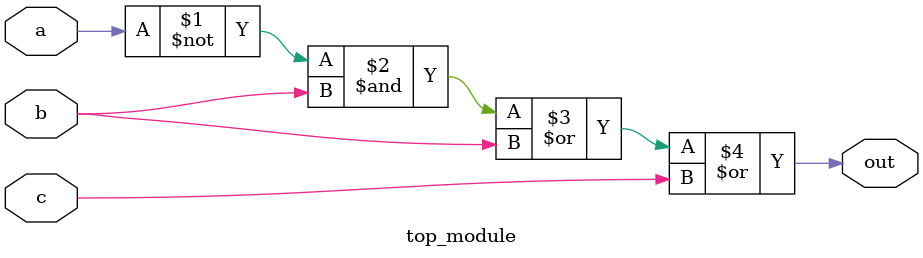
<source format=sv>
module top_module(
    input a,
    input b,
    input c,
    output out
);

assign out = (~a & b) | b | c;

endmodule

</source>
